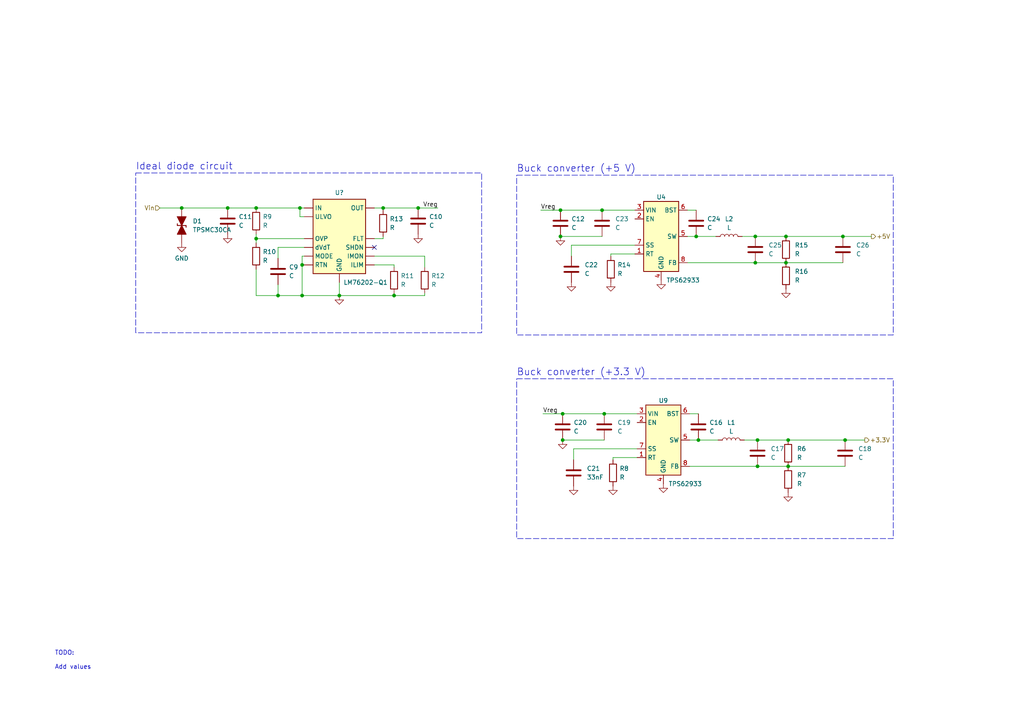
<source format=kicad_sch>
(kicad_sch (version 20230121) (generator eeschema)

  (uuid 6159aad4-3df8-4b77-bdff-c4df127c8492)

  (paper "A4")

  (lib_symbols
    (symbol "Device:C" (pin_numbers hide) (pin_names (offset 0.254)) (in_bom yes) (on_board yes)
      (property "Reference" "C" (at 0.635 2.54 0)
        (effects (font (size 1.27 1.27)) (justify left))
      )
      (property "Value" "C" (at 0.635 -2.54 0)
        (effects (font (size 1.27 1.27)) (justify left))
      )
      (property "Footprint" "" (at 0.9652 -3.81 0)
        (effects (font (size 1.27 1.27)) hide)
      )
      (property "Datasheet" "~" (at 0 0 0)
        (effects (font (size 1.27 1.27)) hide)
      )
      (property "ki_keywords" "cap capacitor" (at 0 0 0)
        (effects (font (size 1.27 1.27)) hide)
      )
      (property "ki_description" "Unpolarized capacitor" (at 0 0 0)
        (effects (font (size 1.27 1.27)) hide)
      )
      (property "ki_fp_filters" "C_*" (at 0 0 0)
        (effects (font (size 1.27 1.27)) hide)
      )
      (symbol "C_0_1"
        (polyline
          (pts
            (xy -2.032 -0.762)
            (xy 2.032 -0.762)
          )
          (stroke (width 0.508) (type default))
          (fill (type none))
        )
        (polyline
          (pts
            (xy -2.032 0.762)
            (xy 2.032 0.762)
          )
          (stroke (width 0.508) (type default))
          (fill (type none))
        )
      )
      (symbol "C_1_1"
        (pin passive line (at 0 3.81 270) (length 2.794)
          (name "~" (effects (font (size 1.27 1.27))))
          (number "1" (effects (font (size 1.27 1.27))))
        )
        (pin passive line (at 0 -3.81 90) (length 2.794)
          (name "~" (effects (font (size 1.27 1.27))))
          (number "2" (effects (font (size 1.27 1.27))))
        )
      )
    )
    (symbol "Device:L" (pin_numbers hide) (pin_names (offset 1.016) hide) (in_bom yes) (on_board yes)
      (property "Reference" "L" (at -1.27 0 90)
        (effects (font (size 1.27 1.27)))
      )
      (property "Value" "L" (at 1.905 0 90)
        (effects (font (size 1.27 1.27)))
      )
      (property "Footprint" "" (at 0 0 0)
        (effects (font (size 1.27 1.27)) hide)
      )
      (property "Datasheet" "~" (at 0 0 0)
        (effects (font (size 1.27 1.27)) hide)
      )
      (property "ki_keywords" "inductor choke coil reactor magnetic" (at 0 0 0)
        (effects (font (size 1.27 1.27)) hide)
      )
      (property "ki_description" "Inductor" (at 0 0 0)
        (effects (font (size 1.27 1.27)) hide)
      )
      (property "ki_fp_filters" "Choke_* *Coil* Inductor_* L_*" (at 0 0 0)
        (effects (font (size 1.27 1.27)) hide)
      )
      (symbol "L_0_1"
        (arc (start 0 -2.54) (mid 0.6323 -1.905) (end 0 -1.27)
          (stroke (width 0) (type default))
          (fill (type none))
        )
        (arc (start 0 -1.27) (mid 0.6323 -0.635) (end 0 0)
          (stroke (width 0) (type default))
          (fill (type none))
        )
        (arc (start 0 0) (mid 0.6323 0.635) (end 0 1.27)
          (stroke (width 0) (type default))
          (fill (type none))
        )
        (arc (start 0 1.27) (mid 0.6323 1.905) (end 0 2.54)
          (stroke (width 0) (type default))
          (fill (type none))
        )
      )
      (symbol "L_1_1"
        (pin passive line (at 0 3.81 270) (length 1.27)
          (name "1" (effects (font (size 1.27 1.27))))
          (number "1" (effects (font (size 1.27 1.27))))
        )
        (pin passive line (at 0 -3.81 90) (length 1.27)
          (name "2" (effects (font (size 1.27 1.27))))
          (number "2" (effects (font (size 1.27 1.27))))
        )
      )
    )
    (symbol "Device:R" (pin_numbers hide) (pin_names (offset 0)) (in_bom yes) (on_board yes)
      (property "Reference" "R" (at 2.032 0 90)
        (effects (font (size 1.27 1.27)))
      )
      (property "Value" "R" (at 0 0 90)
        (effects (font (size 1.27 1.27)))
      )
      (property "Footprint" "" (at -1.778 0 90)
        (effects (font (size 1.27 1.27)) hide)
      )
      (property "Datasheet" "~" (at 0 0 0)
        (effects (font (size 1.27 1.27)) hide)
      )
      (property "ki_keywords" "R res resistor" (at 0 0 0)
        (effects (font (size 1.27 1.27)) hide)
      )
      (property "ki_description" "Resistor" (at 0 0 0)
        (effects (font (size 1.27 1.27)) hide)
      )
      (property "ki_fp_filters" "R_*" (at 0 0 0)
        (effects (font (size 1.27 1.27)) hide)
      )
      (symbol "R_0_1"
        (rectangle (start -1.016 -2.54) (end 1.016 2.54)
          (stroke (width 0.254) (type default))
          (fill (type none))
        )
      )
      (symbol "R_1_1"
        (pin passive line (at 0 3.81 270) (length 1.27)
          (name "~" (effects (font (size 1.27 1.27))))
          (number "1" (effects (font (size 1.27 1.27))))
        )
        (pin passive line (at 0 -3.81 90) (length 1.27)
          (name "~" (effects (font (size 1.27 1.27))))
          (number "2" (effects (font (size 1.27 1.27))))
        )
      )
    )
    (symbol "Hydros:LM76202-Q1" (in_bom yes) (on_board yes)
      (property "Reference" "U" (at 0 1.905 0)
        (effects (font (size 1.27 1.27)))
      )
      (property "Value" "LM76202-Q1" (at 7.62 -24.13 0)
        (effects (font (size 1.27 1.27)))
      )
      (property "Footprint" "" (at 3.81 0 0)
        (effects (font (size 1.27 1.27)) hide)
      )
      (property "Datasheet" "" (at 3.81 0 0)
        (effects (font (size 1.27 1.27)) hide)
      )
      (symbol "LM76202-Q1_1_1"
        (rectangle (start -7.62 0) (end 7.62 -21.59)
          (stroke (width 0.254) (type solid))
          (fill (type background))
        )
        (pin output line (at 10.16 -11.43 180) (length 2.54)
          (name "FLT" (effects (font (size 1.27 1.27))))
          (number "" (effects (font (size 1.27 1.27))))
        )
        (pin output line (at 0 -24.13 90) (length 2.54)
          (name "GND" (effects (font (size 1.27 1.27))))
          (number "" (effects (font (size 1.27 1.27))))
        )
        (pin input line (at 10.16 -19.05 180) (length 2.54)
          (name "ILIM" (effects (font (size 1.27 1.27))))
          (number "" (effects (font (size 1.27 1.27))))
        )
        (pin output line (at 10.16 -16.51 180) (length 2.54)
          (name "IMON" (effects (font (size 1.27 1.27))))
          (number "" (effects (font (size 1.27 1.27))))
        )
        (pin power_in line (at -10.16 -2.54 0) (length 2.54)
          (name "IN" (effects (font (size 1.27 1.27))))
          (number "" (effects (font (size 1.27 1.27))))
        )
        (pin input line (at -10.16 -16.51 0) (length 2.54)
          (name "MODE" (effects (font (size 1.27 1.27))))
          (number "" (effects (font (size 1.27 1.27))))
        )
        (pin power_out line (at 10.16 -2.54 180) (length 2.54)
          (name "OUT" (effects (font (size 1.27 1.27))))
          (number "" (effects (font (size 1.27 1.27))))
        )
        (pin input line (at -10.16 -11.43 0) (length 2.54)
          (name "OVP" (effects (font (size 1.27 1.27))))
          (number "" (effects (font (size 1.27 1.27))))
        )
        (pin input line (at -10.16 -19.05 0) (length 2.54)
          (name "RTN" (effects (font (size 1.27 1.27))))
          (number "" (effects (font (size 1.27 1.27))))
        )
        (pin input line (at 10.16 -13.97 180) (length 2.54)
          (name "SHDN" (effects (font (size 1.27 1.27))))
          (number "" (effects (font (size 1.27 1.27))))
        )
        (pin input line (at -10.16 -5.08 0) (length 2.54)
          (name "ULVO" (effects (font (size 1.27 1.27))))
          (number "" (effects (font (size 1.27 1.27))))
        )
        (pin input line (at -10.16 -13.97 0) (length 2.54)
          (name "dVdT" (effects (font (size 1.27 1.27))))
          (number "" (effects (font (size 1.27 1.27))))
        )
      )
    )
    (symbol "PCM_Diode_TVS_AKL:TPSMC30CA" (pin_numbers hide) (pin_names (offset 1.016) hide) (in_bom yes) (on_board yes)
      (property "Reference" "D" (at 0 5.08 0)
        (effects (font (size 1.27 1.27)))
      )
      (property "Value" "TPSMC30CA" (at 0 2.54 0)
        (effects (font (size 1.27 1.27)))
      )
      (property "Footprint" "Diode_SMD_AKL:D_SMC_TVS" (at 0 0 0)
        (effects (font (size 1.27 1.27)) hide)
      )
      (property "Datasheet" "https://www.tme.eu/Document/fe696fca10a75ca6fef9faefe21b9450/TPSMC_ser.pdf" (at 0 0 0)
        (effects (font (size 1.27 1.27)) hide)
      )
      (property "ki_keywords" "diode TVS bidirectional TPSMC-CA" (at 0 0 0)
        (effects (font (size 1.27 1.27)) hide)
      )
      (property "ki_description" "SMC Bidirectional TVS Diode, 30V, 1500W, Alternate KiCAD Library" (at 0 0 0)
        (effects (font (size 1.27 1.27)) hide)
      )
      (property "ki_fp_filters" "TO-???* *_Diode_* *SingleDiode* D_*" (at 0 0 0)
        (effects (font (size 1.27 1.27)) hide)
      )
      (symbol "TPSMC30CA_0_1"
        (polyline
          (pts
            (xy 0 -1.27)
            (xy -0.508 -1.27)
          )
          (stroke (width 0.254) (type default))
          (fill (type none))
        )
        (polyline
          (pts
            (xy 0 1.27)
            (xy 0 -1.27)
          )
          (stroke (width 0.254) (type default))
          (fill (type none))
        )
        (polyline
          (pts
            (xy 0 1.27)
            (xy 0.508 1.27)
          )
          (stroke (width 0.254) (type default))
          (fill (type none))
        )
        (polyline
          (pts
            (xy 1.27 0)
            (xy -1.27 0)
          )
          (stroke (width 0) (type default))
          (fill (type none))
        )
        (polyline
          (pts
            (xy 0 0)
            (xy -2.54 1.27)
            (xy -2.54 -1.27)
            (xy 0 0)
          )
          (stroke (width 0.254) (type default))
          (fill (type outline))
        )
        (polyline
          (pts
            (xy 2.54 1.27)
            (xy 2.54 -1.27)
            (xy 0 0)
            (xy 2.54 1.27)
          )
          (stroke (width 0.254) (type default))
          (fill (type outline))
        )
      )
      (symbol "TPSMC30CA_1_1"
        (pin passive line (at -5.08 0 0) (length 2.54)
          (name "K" (effects (font (size 1.27 1.27))))
          (number "1" (effects (font (size 1.27 1.27))))
        )
        (pin passive line (at 5.08 0 180) (length 2.54)
          (name "A" (effects (font (size 1.27 1.27))))
          (number "2" (effects (font (size 1.27 1.27))))
        )
      )
    )
    (symbol "Regulator_Switching:TPS62933" (in_bom yes) (on_board yes)
      (property "Reference" "U" (at 0 13.97 0)
        (effects (font (size 1.27 1.27)))
      )
      (property "Value" "TPS62933" (at 0 11.43 0)
        (effects (font (size 1.27 1.27)))
      )
      (property "Footprint" "Package_TO_SOT_SMD:SOT-583-8" (at 0 -25.4 0)
        (effects (font (size 1.27 1.27)) hide)
      )
      (property "Datasheet" "https://www.ti.com/lit/ds/symlink/tps62933.pdf" (at 0 -22.86 0)
        (effects (font (size 1.27 1.27)) hide)
      )
      (property "ki_keywords" "synchronous buck converter " (at 0 0 0)
        (effects (font (size 1.27 1.27)) hide)
      )
      (property "ki_description" "3.8-V to 30-V, 2-A, 3-A Synchronous Buck Converters, SOT583-8" (at 0 0 0)
        (effects (font (size 1.27 1.27)) hide)
      )
      (property "ki_fp_filters" "SOT?583*" (at 0 0 0)
        (effects (font (size 1.27 1.27)) hide)
      )
      (symbol "TPS62933_0_1"
        (rectangle (start -5.08 10.16) (end 5.08 -10.16)
          (stroke (width 0.254) (type default))
          (fill (type background))
        )
      )
      (symbol "TPS62933_1_1"
        (pin passive line (at -7.62 -5.08 0) (length 2.54)
          (name "RT" (effects (font (size 1.27 1.27))))
          (number "1" (effects (font (size 1.27 1.27))))
        )
        (pin input line (at -7.62 5.08 0) (length 2.54)
          (name "EN" (effects (font (size 1.27 1.27))))
          (number "2" (effects (font (size 1.27 1.27))))
        )
        (pin power_in line (at -7.62 7.62 0) (length 2.54)
          (name "VIN" (effects (font (size 1.27 1.27))))
          (number "3" (effects (font (size 1.27 1.27))))
        )
        (pin power_in line (at 0 -12.7 90) (length 2.54)
          (name "GND" (effects (font (size 1.27 1.27))))
          (number "4" (effects (font (size 1.27 1.27))))
        )
        (pin output line (at 7.62 0 180) (length 2.54)
          (name "SW" (effects (font (size 1.27 1.27))))
          (number "5" (effects (font (size 1.27 1.27))))
        )
        (pin passive line (at 7.62 7.62 180) (length 2.54)
          (name "BST" (effects (font (size 1.27 1.27))))
          (number "6" (effects (font (size 1.27 1.27))))
        )
        (pin passive line (at -7.62 -2.54 0) (length 2.54)
          (name "SS" (effects (font (size 1.27 1.27))))
          (number "7" (effects (font (size 1.27 1.27))))
        )
        (pin input line (at 7.62 -7.62 180) (length 2.54)
          (name "FB" (effects (font (size 1.27 1.27))))
          (number "8" (effects (font (size 1.27 1.27))))
        )
      )
    )
    (symbol "power:GND" (power) (pin_names (offset 0)) (in_bom yes) (on_board yes)
      (property "Reference" "#PWR" (at 0 -6.35 0)
        (effects (font (size 1.27 1.27)) hide)
      )
      (property "Value" "GND" (at 0 -3.81 0)
        (effects (font (size 1.27 1.27)))
      )
      (property "Footprint" "" (at 0 0 0)
        (effects (font (size 1.27 1.27)) hide)
      )
      (property "Datasheet" "" (at 0 0 0)
        (effects (font (size 1.27 1.27)) hide)
      )
      (property "ki_keywords" "global power" (at 0 0 0)
        (effects (font (size 1.27 1.27)) hide)
      )
      (property "ki_description" "Power symbol creates a global label with name \"GND\" , ground" (at 0 0 0)
        (effects (font (size 1.27 1.27)) hide)
      )
      (symbol "GND_0_1"
        (polyline
          (pts
            (xy 0 0)
            (xy 0 -1.27)
            (xy 1.27 -1.27)
            (xy 0 -2.54)
            (xy -1.27 -1.27)
            (xy 0 -1.27)
          )
          (stroke (width 0) (type default))
          (fill (type none))
        )
      )
      (symbol "GND_1_1"
        (pin power_in line (at 0 0 270) (length 0) hide
          (name "GND" (effects (font (size 1.27 1.27))))
          (number "1" (effects (font (size 1.27 1.27))))
        )
      )
    )
  )

  (junction (at 227.965 76.2) (diameter 0) (color 0 0 0 0)
    (uuid 041afaff-8c72-4a01-9635-f172ac7adc92)
  )
  (junction (at 227.965 68.58) (diameter 0) (color 0 0 0 0)
    (uuid 19e0c2c9-77f7-40c9-8f49-d77fc07db50d)
  )
  (junction (at 111.125 60.325) (diameter 0) (color 0 0 0 0)
    (uuid 206c6d07-ebb9-40f7-bb09-2ec9a2f3be8e)
  )
  (junction (at 80.645 85.725) (diameter 0) (color 0 0 0 0)
    (uuid 28d91ac4-15a0-46b1-bd41-b9feac510394)
  )
  (junction (at 163.195 127.635) (diameter 0) (color 0 0 0 0)
    (uuid 2929a86f-04b2-4982-800e-6292764340ac)
  )
  (junction (at 86.995 60.325) (diameter 0) (color 0 0 0 0)
    (uuid 29513e98-6cf5-491b-b7ae-691f810d2920)
  )
  (junction (at 87.63 85.725) (diameter 0) (color 0 0 0 0)
    (uuid 2c8eaa7d-4fd9-46e0-b1fe-5804d136de57)
  )
  (junction (at 219.71 127.635) (diameter 0) (color 0 0 0 0)
    (uuid 33d28e43-9c76-4609-b0ce-d89181ac40a2)
  )
  (junction (at 219.075 68.58) (diameter 0) (color 0 0 0 0)
    (uuid 431cd9f4-9c9f-459a-9c92-e31984dc44cc)
  )
  (junction (at 228.6 127.635) (diameter 0) (color 0 0 0 0)
    (uuid 46d32e18-a40d-45b7-bc9c-01c3f1af8e57)
  )
  (junction (at 174.625 60.96) (diameter 0) (color 0 0 0 0)
    (uuid 56e160d2-53d4-48b0-b684-529873ac9074)
  )
  (junction (at 52.705 60.325) (diameter 0) (color 0 0 0 0)
    (uuid 59b01c6a-88b1-4872-a423-e5d7d35acc06)
  )
  (junction (at 163.195 120.015) (diameter 0) (color 0 0 0 0)
    (uuid 63de5be9-ecba-4506-8c14-33e9a10e3d4a)
  )
  (junction (at 74.295 69.215) (diameter 0) (color 0 0 0 0)
    (uuid 6e330748-fee7-471a-84f9-60af111b34e1)
  )
  (junction (at 219.71 135.255) (diameter 0) (color 0 0 0 0)
    (uuid 7ffd3f08-e436-4ae9-a403-abaf354529b5)
  )
  (junction (at 66.04 60.325) (diameter 0) (color 0 0 0 0)
    (uuid 80e82ed1-1e6a-4d86-a9fa-1023e031a24e)
  )
  (junction (at 114.3 85.725) (diameter 0) (color 0 0 0 0)
    (uuid 8a76131e-2e84-479a-8df0-72b9d6c5cd54)
  )
  (junction (at 98.425 85.725) (diameter 0) (color 0 0 0 0)
    (uuid 9f99c66b-e14b-4cf9-9d93-d4bd623f49ec)
  )
  (junction (at 121.285 60.325) (diameter 0) (color 0 0 0 0)
    (uuid a15954ab-660e-42d6-8c70-4419aef17e1e)
  )
  (junction (at 74.295 60.325) (diameter 0) (color 0 0 0 0)
    (uuid a4299a02-4d80-4ed9-a5ac-30303eabd42c)
  )
  (junction (at 228.6 135.255) (diameter 0) (color 0 0 0 0)
    (uuid b1302661-25fe-4d5a-aca0-67be1c8666e2)
  )
  (junction (at 244.475 68.58) (diameter 0) (color 0 0 0 0)
    (uuid b8673f2d-48dc-4435-ba4e-1ea7caec8089)
  )
  (junction (at 87.63 76.835) (diameter 0) (color 0 0 0 0)
    (uuid bafc20f0-e515-4460-a6d7-13ed487aa511)
  )
  (junction (at 162.56 60.96) (diameter 0) (color 0 0 0 0)
    (uuid bd39d940-bf58-4e60-a6b5-50ad0ef97c2a)
  )
  (junction (at 202.565 127.635) (diameter 0) (color 0 0 0 0)
    (uuid d66543a7-638c-4053-a9e6-b24aa98f732f)
  )
  (junction (at 162.56 68.58) (diameter 0) (color 0 0 0 0)
    (uuid db8dffda-af4e-450f-ad71-fdd6449fa38c)
  )
  (junction (at 245.11 127.635) (diameter 0) (color 0 0 0 0)
    (uuid dfd901ac-4254-4da9-bf88-70a313eb7830)
  )
  (junction (at 219.075 76.2) (diameter 0) (color 0 0 0 0)
    (uuid e227dbdf-f90a-4e3c-bad4-b177d4961835)
  )
  (junction (at 201.93 68.58) (diameter 0) (color 0 0 0 0)
    (uuid eac9bfbf-c60b-480a-b029-879c836d1b19)
  )
  (junction (at 175.26 120.015) (diameter 0) (color 0 0 0 0)
    (uuid edb39e6f-ecbb-472c-841d-9b94cd5dbb4f)
  )

  (no_connect (at 108.585 71.755) (uuid 6de70628-a1db-48c4-8cd4-e57e0df1cf67))

  (wire (pts (xy 114.3 85.725) (xy 123.19 85.725))
    (stroke (width 0) (type default))
    (uuid 0083a01b-b56f-4d5c-bc9b-0f685efc42c2)
  )
  (wire (pts (xy 200.025 135.255) (xy 219.71 135.255))
    (stroke (width 0) (type default))
    (uuid 011e81b0-62be-4bcf-b36d-2f81395917ba)
  )
  (wire (pts (xy 228.6 127.635) (xy 245.11 127.635))
    (stroke (width 0) (type default))
    (uuid 01a3c66b-7ba4-47b8-a359-1811978320f2)
  )
  (wire (pts (xy 46.355 60.325) (xy 52.705 60.325))
    (stroke (width 0) (type default))
    (uuid 041652f5-db51-41c2-944c-4104d7ddca91)
  )
  (wire (pts (xy 121.285 60.325) (xy 127 60.325))
    (stroke (width 0) (type default))
    (uuid 048d3a53-1c5c-47ee-9b66-4c1e81dfb740)
  )
  (wire (pts (xy 174.625 60.96) (xy 184.15 60.96))
    (stroke (width 0) (type default))
    (uuid 06558ae5-de78-4084-86d9-151d267ee8a6)
  )
  (wire (pts (xy 108.585 60.325) (xy 111.125 60.325))
    (stroke (width 0) (type default))
    (uuid 093287f9-a257-4eb4-aab6-9b47e6698eb7)
  )
  (wire (pts (xy 86.995 60.325) (xy 88.265 60.325))
    (stroke (width 0) (type default))
    (uuid 09886a1f-bbf3-4de8-9692-e05672232491)
  )
  (wire (pts (xy 228.6 135.255) (xy 245.11 135.255))
    (stroke (width 0) (type default))
    (uuid 0b7bd333-2ab0-49be-ac8d-c6ce691140e3)
  )
  (wire (pts (xy 108.585 76.835) (xy 114.3 76.835))
    (stroke (width 0) (type default))
    (uuid 0d32bb59-525f-4a2f-8d2a-21a2ee758bca)
  )
  (wire (pts (xy 114.3 85.725) (xy 98.425 85.725))
    (stroke (width 0) (type default))
    (uuid 1b376069-c26d-47f5-8396-78f3ed744ac5)
  )
  (wire (pts (xy 215.9 127.635) (xy 219.71 127.635))
    (stroke (width 0) (type default))
    (uuid 1dfd4da3-5d43-4a55-80cd-63d5e8aadf0b)
  )
  (wire (pts (xy 74.295 69.215) (xy 88.265 69.215))
    (stroke (width 0) (type default))
    (uuid 22de0877-c164-4cf8-b5ae-b03880f57106)
  )
  (wire (pts (xy 219.71 127.635) (xy 228.6 127.635))
    (stroke (width 0) (type default))
    (uuid 24174daf-74fc-4a82-a28d-7cd48f837929)
  )
  (wire (pts (xy 166.37 133.35) (xy 166.37 130.175))
    (stroke (width 0) (type default))
    (uuid 29154e52-31aa-451e-bd71-3b0b2c0da013)
  )
  (wire (pts (xy 215.265 68.58) (xy 219.075 68.58))
    (stroke (width 0) (type default))
    (uuid 2923c77a-e6e3-458b-82d0-ab63c3d13bfa)
  )
  (wire (pts (xy 184.15 73.66) (xy 177.165 73.66))
    (stroke (width 0) (type default))
    (uuid 32a7486f-1153-4a98-9a03-5251389cacae)
  )
  (wire (pts (xy 163.195 127.635) (xy 175.26 127.635))
    (stroke (width 0) (type default))
    (uuid 36104e7b-c5eb-44ea-9476-21a89a08ca94)
  )
  (wire (pts (xy 114.3 85.725) (xy 114.3 85.09))
    (stroke (width 0) (type default))
    (uuid 3bc460f5-04e6-43f5-af2a-3c2d4f0fade4)
  )
  (wire (pts (xy 219.075 68.58) (xy 227.965 68.58))
    (stroke (width 0) (type default))
    (uuid 40453a88-f891-4f0b-99bd-7802c52f6570)
  )
  (wire (pts (xy 80.645 85.725) (xy 74.295 85.725))
    (stroke (width 0) (type default))
    (uuid 42116167-5f55-4c8d-adbb-f365ea90b9fc)
  )
  (wire (pts (xy 163.195 120.015) (xy 175.26 120.015))
    (stroke (width 0) (type default))
    (uuid 449958f6-d08e-4832-8b02-5f59e3c103ce)
  )
  (wire (pts (xy 200.025 120.015) (xy 202.565 120.015))
    (stroke (width 0) (type default))
    (uuid 470cafcd-b81d-4399-acc1-16d21fec7ba5)
  )
  (wire (pts (xy 175.26 120.015) (xy 184.785 120.015))
    (stroke (width 0) (type default))
    (uuid 47310ce3-14dd-4a32-bd4f-de7b9856d528)
  )
  (wire (pts (xy 199.39 68.58) (xy 201.93 68.58))
    (stroke (width 0) (type default))
    (uuid 487ef4f1-134f-495f-898e-38d6ef85ed23)
  )
  (wire (pts (xy 165.735 71.12) (xy 184.15 71.12))
    (stroke (width 0) (type default))
    (uuid 4fe232c3-b9ec-421f-9625-b30e32aa3c70)
  )
  (wire (pts (xy 200.025 127.635) (xy 202.565 127.635))
    (stroke (width 0) (type default))
    (uuid 50235a13-9fd8-4d73-9515-e3de491f4213)
  )
  (wire (pts (xy 88.265 71.755) (xy 80.645 71.755))
    (stroke (width 0) (type default))
    (uuid 510d0e53-8be0-4a99-a53a-3e8b908bf5d0)
  )
  (wire (pts (xy 227.965 68.58) (xy 244.475 68.58))
    (stroke (width 0) (type default))
    (uuid 539cdee0-3052-4dc7-a475-7654ed75dd0d)
  )
  (wire (pts (xy 88.265 62.865) (xy 86.995 62.865))
    (stroke (width 0) (type default))
    (uuid 55583821-8f9a-45f2-ba60-a675a9c111b5)
  )
  (wire (pts (xy 177.8 132.715) (xy 177.8 133.35))
    (stroke (width 0) (type default))
    (uuid 5c4d5d1e-d31b-4071-88a0-03b5ca8840e2)
  )
  (wire (pts (xy 156.845 60.96) (xy 162.56 60.96))
    (stroke (width 0) (type default))
    (uuid 5f023eaa-f1e1-4752-a392-4ffcfb8d31f3)
  )
  (wire (pts (xy 74.295 60.325) (xy 86.995 60.325))
    (stroke (width 0) (type default))
    (uuid 61fe27a3-b016-48ce-aaa7-2a497e9941b6)
  )
  (wire (pts (xy 201.93 68.58) (xy 207.645 68.58))
    (stroke (width 0) (type default))
    (uuid 6e430ac0-ce66-417a-8c87-dc709d870ae1)
  )
  (wire (pts (xy 111.125 60.325) (xy 111.125 60.96))
    (stroke (width 0) (type default))
    (uuid 6e85ea41-f305-40d1-b6b8-026908f7a94e)
  )
  (wire (pts (xy 157.48 120.015) (xy 163.195 120.015))
    (stroke (width 0) (type default))
    (uuid 752ac558-3c89-44b1-b60b-0a7c5662d5ac)
  )
  (wire (pts (xy 98.425 81.915) (xy 98.425 85.725))
    (stroke (width 0) (type default))
    (uuid 7720b2cf-0274-4ef4-897a-9ffc4703d493)
  )
  (wire (pts (xy 108.585 69.215) (xy 111.125 69.215))
    (stroke (width 0) (type default))
    (uuid 84e680c0-a0ce-442a-ae7e-c506c43a493a)
  )
  (wire (pts (xy 199.39 76.2) (xy 219.075 76.2))
    (stroke (width 0) (type default))
    (uuid 86612c50-3d80-4618-a018-946e3dd08d61)
  )
  (wire (pts (xy 123.19 85.725) (xy 123.19 85.09))
    (stroke (width 0) (type default))
    (uuid 86f4f957-fcd2-4ca2-9e41-c8562bd8c8ca)
  )
  (wire (pts (xy 80.645 85.725) (xy 87.63 85.725))
    (stroke (width 0) (type default))
    (uuid 8839e953-e632-4652-a136-77c995cba592)
  )
  (wire (pts (xy 219.71 135.255) (xy 228.6 135.255))
    (stroke (width 0) (type default))
    (uuid 8990f4f6-0c53-4180-b200-9e7b1e61146a)
  )
  (wire (pts (xy 66.04 60.325) (xy 74.295 60.325))
    (stroke (width 0) (type default))
    (uuid 8de908b9-d9b5-4f29-a520-9b8820a2d396)
  )
  (wire (pts (xy 87.63 76.835) (xy 87.63 85.725))
    (stroke (width 0) (type default))
    (uuid 8e2060e0-0965-4041-adda-82c3c17d2622)
  )
  (wire (pts (xy 227.965 76.2) (xy 244.475 76.2))
    (stroke (width 0) (type default))
    (uuid 8e8b0e2f-6edb-403f-8a23-ea3771833adc)
  )
  (wire (pts (xy 74.295 69.215) (xy 74.295 70.485))
    (stroke (width 0) (type default))
    (uuid 919ffcae-4e13-4366-81c7-97910f673ed4)
  )
  (wire (pts (xy 98.425 85.725) (xy 87.63 85.725))
    (stroke (width 0) (type default))
    (uuid 98df1d42-7e7f-4d72-a4da-e9802f172aec)
  )
  (wire (pts (xy 166.37 130.175) (xy 184.785 130.175))
    (stroke (width 0) (type default))
    (uuid a1cedc5f-8410-4365-bbbc-b767c5cefaf6)
  )
  (wire (pts (xy 245.11 127.635) (xy 250.825 127.635))
    (stroke (width 0) (type default))
    (uuid a956578f-e251-4e4a-aa35-c9f3cf467599)
  )
  (wire (pts (xy 111.125 60.325) (xy 121.285 60.325))
    (stroke (width 0) (type default))
    (uuid a964e9b5-2f85-4835-b15a-14b863ded359)
  )
  (wire (pts (xy 202.565 127.635) (xy 208.28 127.635))
    (stroke (width 0) (type default))
    (uuid aeeac2fb-29df-44dd-a936-04ff44625537)
  )
  (wire (pts (xy 80.645 71.755) (xy 80.645 74.93))
    (stroke (width 0) (type default))
    (uuid b0bcee9d-70e1-435a-8d58-e7cc6be55680)
  )
  (wire (pts (xy 74.295 85.725) (xy 74.295 78.105))
    (stroke (width 0) (type default))
    (uuid b485e4b0-0936-433c-94f5-d011f80d6cb6)
  )
  (wire (pts (xy 177.165 73.66) (xy 177.165 74.295))
    (stroke (width 0) (type default))
    (uuid b97bd9cf-b475-4ebb-8b32-f55b2d6a7ff0)
  )
  (wire (pts (xy 87.63 74.295) (xy 87.63 76.835))
    (stroke (width 0) (type default))
    (uuid c124a4fd-f7d1-4263-ac45-40f0ae6b01ee)
  )
  (wire (pts (xy 123.19 74.295) (xy 108.585 74.295))
    (stroke (width 0) (type default))
    (uuid c222e2b8-af44-41a4-96db-2fe52206c5a1)
  )
  (wire (pts (xy 80.645 82.55) (xy 80.645 85.725))
    (stroke (width 0) (type default))
    (uuid cba9a3be-b004-4340-9d79-90a874d9a08e)
  )
  (wire (pts (xy 52.705 60.325) (xy 66.04 60.325))
    (stroke (width 0) (type default))
    (uuid cbbd3337-ba9b-4e0b-a9e6-324342986453)
  )
  (wire (pts (xy 86.995 62.865) (xy 86.995 60.325))
    (stroke (width 0) (type default))
    (uuid ccb10ad3-7d67-404b-9b15-197d0f57a955)
  )
  (wire (pts (xy 114.3 76.835) (xy 114.3 77.47))
    (stroke (width 0) (type default))
    (uuid d14adbfd-d02a-434b-9ec7-f62c7f41d8d0)
  )
  (wire (pts (xy 165.735 74.295) (xy 165.735 71.12))
    (stroke (width 0) (type default))
    (uuid d1c96ebd-f1a8-4db6-b533-725365bd7efd)
  )
  (wire (pts (xy 74.295 67.945) (xy 74.295 69.215))
    (stroke (width 0) (type default))
    (uuid d8847a1b-e162-42a8-86c8-35daaee84105)
  )
  (wire (pts (xy 111.125 68.58) (xy 111.125 69.215))
    (stroke (width 0) (type default))
    (uuid da5809c5-bc3e-46dc-bccc-338a2da0adaf)
  )
  (wire (pts (xy 184.785 132.715) (xy 177.8 132.715))
    (stroke (width 0) (type default))
    (uuid e88648be-5197-4ea2-b577-cae9edfe26a8)
  )
  (wire (pts (xy 123.19 77.47) (xy 123.19 74.295))
    (stroke (width 0) (type default))
    (uuid edc86c02-9b7f-4182-a55d-d9ac919bd4f5)
  )
  (wire (pts (xy 244.475 68.58) (xy 252.73 68.58))
    (stroke (width 0) (type default))
    (uuid f2ca361d-cf6e-48ed-9abf-aced733d591b)
  )
  (wire (pts (xy 162.56 60.96) (xy 174.625 60.96))
    (stroke (width 0) (type default))
    (uuid f418deda-2950-46c9-8ef8-9a85074a22f6)
  )
  (wire (pts (xy 162.56 68.58) (xy 174.625 68.58))
    (stroke (width 0) (type default))
    (uuid f6cfb1e7-d17e-4371-8c0f-2232b23e057c)
  )
  (wire (pts (xy 219.075 76.2) (xy 227.965 76.2))
    (stroke (width 0) (type default))
    (uuid f7bc21af-e2a9-49c7-a4a4-efa9327c3dea)
  )
  (wire (pts (xy 199.39 60.96) (xy 201.93 60.96))
    (stroke (width 0) (type default))
    (uuid fa361ebf-e0ef-4a75-b676-9561bd5af663)
  )
  (wire (pts (xy 87.63 76.835) (xy 88.265 76.835))
    (stroke (width 0) (type default))
    (uuid fc65b588-a84a-4453-b6f1-00bd9d78f52f)
  )
  (wire (pts (xy 88.265 74.295) (xy 87.63 74.295))
    (stroke (width 0) (type default))
    (uuid fe35d03e-8c4f-4ca0-b5dc-98a47806ffef)
  )

  (rectangle (start 149.86 109.855) (end 259.08 156.21)
    (stroke (width 0) (type dash))
    (fill (type none))
    (uuid 05489bd3-8235-4bba-ab41-69f02334a6cf)
  )
  (rectangle (start 39.37 50.165) (end 139.7 96.52)
    (stroke (width 0) (type dash))
    (fill (type none))
    (uuid 60e423ad-54f3-437a-97c1-555aea526942)
  )
  (rectangle (start 149.86 50.8) (end 259.08 97.155)
    (stroke (width 0) (type dash))
    (fill (type none))
    (uuid 9590f95f-e5eb-44a7-993b-9508121aebd6)
  )

  (text "Buck converter (+5 V)" (at 149.86 50.165 0)
    (effects (font (size 2 2)) (justify left bottom))
    (uuid 82fbeb38-e934-4be1-81ae-6d62085431a2)
  )
  (text "Ideal diode circuit\n" (at 39.37 49.53 0)
    (effects (font (size 2 2)) (justify left bottom))
    (uuid 928d76ce-6d3f-407e-889b-f395b4946cbf)
  )
  (text "Buck converter (+3.3 V)" (at 149.86 109.22 0)
    (effects (font (size 2 2)) (justify left bottom))
    (uuid a2166f2d-6b89-453f-b2e1-0f1c60e9a787)
  )
  (text "TODO:\n\nAdd values" (at 15.875 194.31 0)
    (effects (font (size 1.27 1.27)) (justify left bottom))
    (uuid d77cfe2e-8532-4d41-bde0-5df942f655ce)
  )

  (label "Vreg" (at 156.845 60.96 0) (fields_autoplaced)
    (effects (font (size 1.27 1.27)) (justify left bottom))
    (uuid 5d094cfb-1387-40b1-9388-f9c5a72d352b)
  )
  (label "Vreg" (at 157.48 120.015 0) (fields_autoplaced)
    (effects (font (size 1.27 1.27)) (justify left bottom))
    (uuid aaed1158-b75a-4f3f-82ae-8513977e2151)
  )
  (label "Vreg" (at 127 60.325 180) (fields_autoplaced)
    (effects (font (size 1.27 1.27)) (justify right bottom))
    (uuid b18835f0-d4c3-42db-a464-aef1a752e40c)
  )

  (hierarchical_label "+3.3V" (shape output) (at 250.825 127.635 0) (fields_autoplaced)
    (effects (font (size 1.27 1.27)) (justify left))
    (uuid 871faf09-1049-4314-aa50-ea0b491e5b8e)
  )
  (hierarchical_label "Vin" (shape input) (at 46.355 60.325 180) (fields_autoplaced)
    (effects (font (size 1.27 1.27)) (justify right))
    (uuid ceaa6c3e-ab76-431a-94e1-7a0138ed1289)
  )
  (hierarchical_label "+5V" (shape output) (at 252.73 68.58 0) (fields_autoplaced)
    (effects (font (size 1.27 1.27)) (justify left))
    (uuid d6d5423a-43b7-44f9-9f78-b5e6b9943ee1)
  )

  (symbol (lib_id "Device:C") (at 202.565 123.825 0) (unit 1)
    (in_bom yes) (on_board yes) (dnp no) (fields_autoplaced)
    (uuid 020dce6a-9867-4047-bb57-f3cd38a4d6d6)
    (property "Reference" "C16" (at 205.74 122.5549 0)
      (effects (font (size 1.27 1.27)) (justify left))
    )
    (property "Value" "C" (at 205.74 125.0949 0)
      (effects (font (size 1.27 1.27)) (justify left))
    )
    (property "Footprint" "" (at 203.5302 127.635 0)
      (effects (font (size 1.27 1.27)) hide)
    )
    (property "Datasheet" "~" (at 202.565 123.825 0)
      (effects (font (size 1.27 1.27)) hide)
    )
    (pin "1" (uuid 1713f274-c518-496f-8337-dae75c929662))
    (pin "2" (uuid 49f41edd-51e8-429d-80c3-fe7031b37407))
    (instances
      (project "schematic-main"
        (path "/c9ad7189-d3b2-414a-9743-efd8e57cd755/ed70203f-44bf-4bdc-8b45-a710eb8fc309"
          (reference "C16") (unit 1)
        )
      )
    )
  )

  (symbol (lib_id "power:GND") (at 191.77 81.28 0) (unit 1)
    (in_bom yes) (on_board yes) (dnp no) (fields_autoplaced)
    (uuid 04089274-92de-4853-88a3-16dd0a15c771)
    (property "Reference" "#PWR039" (at 191.77 87.63 0)
      (effects (font (size 1.27 1.27)) hide)
    )
    (property "Value" "GND" (at 191.77 86.36 0)
      (effects (font (size 1.27 1.27)) hide)
    )
    (property "Footprint" "" (at 191.77 81.28 0)
      (effects (font (size 1.27 1.27)) hide)
    )
    (property "Datasheet" "" (at 191.77 81.28 0)
      (effects (font (size 1.27 1.27)) hide)
    )
    (pin "1" (uuid b58ed54d-0c24-496d-b24c-7b55adf2d794))
    (instances
      (project "schematic-main"
        (path "/c9ad7189-d3b2-414a-9743-efd8e57cd755/ed70203f-44bf-4bdc-8b45-a710eb8fc309"
          (reference "#PWR039") (unit 1)
        )
      )
    )
  )

  (symbol (lib_id "Device:C") (at 165.735 78.105 0) (unit 1)
    (in_bom yes) (on_board yes) (dnp no)
    (uuid 0714243a-634f-42c8-bbcc-70fd65bb7ee1)
    (property "Reference" "C22" (at 169.545 76.8349 0)
      (effects (font (size 1.27 1.27)) (justify left))
    )
    (property "Value" "C" (at 169.545 79.3749 0)
      (effects (font (size 1.27 1.27)) (justify left))
    )
    (property "Footprint" "" (at 166.7002 81.915 0)
      (effects (font (size 1.27 1.27)) hide)
    )
    (property "Datasheet" "~" (at 165.735 78.105 0)
      (effects (font (size 1.27 1.27)) hide)
    )
    (pin "1" (uuid 26e1e653-0907-4269-8539-87e28de2f0ed))
    (pin "2" (uuid a3fa880d-8b23-4e32-9135-33e0da85f87a))
    (instances
      (project "schematic-main"
        (path "/c9ad7189-d3b2-414a-9743-efd8e57cd755/ed70203f-44bf-4bdc-8b45-a710eb8fc309"
          (reference "C22") (unit 1)
        )
      )
    )
  )

  (symbol (lib_id "Device:C") (at 66.04 64.135 0) (unit 1)
    (in_bom yes) (on_board yes) (dnp no) (fields_autoplaced)
    (uuid 09dcc379-640e-4882-abc4-1765a5c92ed7)
    (property "Reference" "C11" (at 69.215 62.8649 0)
      (effects (font (size 1.27 1.27)) (justify left))
    )
    (property "Value" "C" (at 69.215 65.4049 0)
      (effects (font (size 1.27 1.27)) (justify left))
    )
    (property "Footprint" "" (at 67.0052 67.945 0)
      (effects (font (size 1.27 1.27)) hide)
    )
    (property "Datasheet" "~" (at 66.04 64.135 0)
      (effects (font (size 1.27 1.27)) hide)
    )
    (pin "1" (uuid bb698bc7-8780-4ac7-a102-d4c917a60a30))
    (pin "2" (uuid 04dc9dd3-89f9-4f4b-b5a6-043c4f17028e))
    (instances
      (project "schematic-main"
        (path "/c9ad7189-d3b2-414a-9743-efd8e57cd755/ed70203f-44bf-4bdc-8b45-a710eb8fc309"
          (reference "C11") (unit 1)
        )
      )
    )
  )

  (symbol (lib_id "power:GND") (at 66.04 67.945 0) (unit 1)
    (in_bom yes) (on_board yes) (dnp no)
    (uuid 0e5b1303-8c74-49ab-8557-e3d560d6271a)
    (property "Reference" "#PWR019" (at 66.04 74.295 0)
      (effects (font (size 1.27 1.27)) hide)
    )
    (property "Value" "GND" (at 66.04 73.025 0)
      (effects (font (size 1.27 1.27)) hide)
    )
    (property "Footprint" "" (at 66.04 67.945 0)
      (effects (font (size 1.27 1.27)) hide)
    )
    (property "Datasheet" "" (at 66.04 67.945 0)
      (effects (font (size 1.27 1.27)) hide)
    )
    (pin "1" (uuid fe7356ac-bdde-4994-85cd-b8f82fc267df))
    (instances
      (project "schematic-main"
        (path "/c9ad7189-d3b2-414a-9743-efd8e57cd755/ed70203f-44bf-4bdc-8b45-a710eb8fc309"
          (reference "#PWR019") (unit 1)
        )
      )
    )
  )

  (symbol (lib_id "Hydros:LM76202-Q1") (at 98.425 57.785 0) (unit 1)
    (in_bom yes) (on_board yes) (dnp no)
    (uuid 1577413f-c8f9-4667-b5e9-2f100d1af86f)
    (property "Reference" "U?" (at 98.425 55.88 0)
      (effects (font (size 1.27 1.27)))
    )
    (property "Value" "LM76202-Q1" (at 106.045 81.915 0)
      (effects (font (size 1.27 1.27)))
    )
    (property "Footprint" "" (at 102.235 57.785 0)
      (effects (font (size 1.27 1.27)) hide)
    )
    (property "Datasheet" "" (at 102.235 57.785 0)
      (effects (font (size 1.27 1.27)) hide)
    )
    (pin "" (uuid 9ea00f70-62fb-42c7-9974-7cf97e3f8627))
    (pin "" (uuid 9ea00f70-62fb-42c7-9974-7cf97e3f8627))
    (pin "" (uuid 9ea00f70-62fb-42c7-9974-7cf97e3f8627))
    (pin "" (uuid 9ea00f70-62fb-42c7-9974-7cf97e3f8627))
    (pin "" (uuid 9ea00f70-62fb-42c7-9974-7cf97e3f8627))
    (pin "" (uuid 9ea00f70-62fb-42c7-9974-7cf97e3f8627))
    (pin "" (uuid 9ea00f70-62fb-42c7-9974-7cf97e3f8627))
    (pin "" (uuid 9ea00f70-62fb-42c7-9974-7cf97e3f8627))
    (pin "" (uuid 9ea00f70-62fb-42c7-9974-7cf97e3f8627))
    (pin "" (uuid 9ea00f70-62fb-42c7-9974-7cf97e3f8627))
    (pin "" (uuid 9ea00f70-62fb-42c7-9974-7cf97e3f8627))
    (pin "" (uuid 9ea00f70-62fb-42c7-9974-7cf97e3f8627))
    (instances
      (project "schematic-main"
        (path "/c9ad7189-d3b2-414a-9743-efd8e57cd755"
          (reference "U?") (unit 1)
        )
        (path "/c9ad7189-d3b2-414a-9743-efd8e57cd755/ed70203f-44bf-4bdc-8b45-a710eb8fc309"
          (reference "U") (unit 1)
        )
      )
    )
  )

  (symbol (lib_id "power:GND") (at 166.37 140.97 0) (unit 1)
    (in_bom yes) (on_board yes) (dnp no) (fields_autoplaced)
    (uuid 17385b4e-3624-4baf-9f23-324e2ac8a834)
    (property "Reference" "#PWR034" (at 166.37 147.32 0)
      (effects (font (size 1.27 1.27)) hide)
    )
    (property "Value" "GND" (at 166.37 145.415 0)
      (effects (font (size 1.27 1.27)) hide)
    )
    (property "Footprint" "" (at 166.37 140.97 0)
      (effects (font (size 1.27 1.27)) hide)
    )
    (property "Datasheet" "" (at 166.37 140.97 0)
      (effects (font (size 1.27 1.27)) hide)
    )
    (pin "1" (uuid a1eb0d31-43ed-45f0-bf26-d2680add8074))
    (instances
      (project "schematic-main"
        (path "/c9ad7189-d3b2-414a-9743-efd8e57cd755/ed70203f-44bf-4bdc-8b45-a710eb8fc309"
          (reference "#PWR034") (unit 1)
        )
      )
    )
  )

  (symbol (lib_id "Device:C") (at 80.645 78.74 0) (unit 1)
    (in_bom yes) (on_board yes) (dnp no) (fields_autoplaced)
    (uuid 1d063c40-b60c-4f6c-8c07-ac359ed6b7cd)
    (property "Reference" "C9" (at 83.82 77.4699 0)
      (effects (font (size 1.27 1.27)) (justify left))
    )
    (property "Value" "C" (at 83.82 80.0099 0)
      (effects (font (size 1.27 1.27)) (justify left))
    )
    (property "Footprint" "" (at 81.6102 82.55 0)
      (effects (font (size 1.27 1.27)) hide)
    )
    (property "Datasheet" "~" (at 80.645 78.74 0)
      (effects (font (size 1.27 1.27)) hide)
    )
    (pin "1" (uuid 219ce47c-09b9-46fc-9d97-d1223d90ac02))
    (pin "2" (uuid 14a6bcb3-ff92-497c-8275-7aea5a7bd4da))
    (instances
      (project "schematic-main"
        (path "/c9ad7189-d3b2-414a-9743-efd8e57cd755/ed70203f-44bf-4bdc-8b45-a710eb8fc309"
          (reference "C9") (unit 1)
        )
      )
    )
  )

  (symbol (lib_id "Device:L") (at 212.09 127.635 90) (unit 1)
    (in_bom yes) (on_board yes) (dnp no) (fields_autoplaced)
    (uuid 1e731c02-30f0-4c18-b552-3de0748783fc)
    (property "Reference" "L1" (at 212.09 122.555 90)
      (effects (font (size 1.27 1.27)))
    )
    (property "Value" "L" (at 212.09 125.095 90)
      (effects (font (size 1.27 1.27)))
    )
    (property "Footprint" "" (at 212.09 127.635 0)
      (effects (font (size 1.27 1.27)) hide)
    )
    (property "Datasheet" "~" (at 212.09 127.635 0)
      (effects (font (size 1.27 1.27)) hide)
    )
    (pin "1" (uuid a000dfca-c5b9-4aee-b981-53e7bf92f341))
    (pin "2" (uuid 52075d2d-8376-4bf1-ab09-4179f71850bf))
    (instances
      (project "schematic-main"
        (path "/c9ad7189-d3b2-414a-9743-efd8e57cd755/ed70203f-44bf-4bdc-8b45-a710eb8fc309"
          (reference "L1") (unit 1)
        )
      )
    )
  )

  (symbol (lib_id "power:GND") (at 165.735 81.915 0) (unit 1)
    (in_bom yes) (on_board yes) (dnp no) (fields_autoplaced)
    (uuid 1ec9ec84-339d-45a7-9192-4251d63100ad)
    (property "Reference" "#PWR037" (at 165.735 88.265 0)
      (effects (font (size 1.27 1.27)) hide)
    )
    (property "Value" "GND" (at 165.735 86.36 0)
      (effects (font (size 1.27 1.27)) hide)
    )
    (property "Footprint" "" (at 165.735 81.915 0)
      (effects (font (size 1.27 1.27)) hide)
    )
    (property "Datasheet" "" (at 165.735 81.915 0)
      (effects (font (size 1.27 1.27)) hide)
    )
    (pin "1" (uuid cc5d792a-aac2-47bd-9ce1-e91d6b87d834))
    (instances
      (project "schematic-main"
        (path "/c9ad7189-d3b2-414a-9743-efd8e57cd755/ed70203f-44bf-4bdc-8b45-a710eb8fc309"
          (reference "#PWR037") (unit 1)
        )
      )
    )
  )

  (symbol (lib_id "Device:C") (at 174.625 64.77 0) (unit 1)
    (in_bom yes) (on_board yes) (dnp no) (fields_autoplaced)
    (uuid 2589e1a5-46b3-4117-8983-08c7b5147aca)
    (property "Reference" "C23" (at 178.435 63.4999 0)
      (effects (font (size 1.27 1.27)) (justify left))
    )
    (property "Value" "C" (at 178.435 66.0399 0)
      (effects (font (size 1.27 1.27)) (justify left))
    )
    (property "Footprint" "" (at 175.5902 68.58 0)
      (effects (font (size 1.27 1.27)) hide)
    )
    (property "Datasheet" "~" (at 174.625 64.77 0)
      (effects (font (size 1.27 1.27)) hide)
    )
    (pin "1" (uuid 159d197c-2a1e-4b55-847c-46ce61d56d9a))
    (pin "2" (uuid 2501b68e-c724-4f2c-99d5-ea7d8008b075))
    (instances
      (project "schematic-main"
        (path "/c9ad7189-d3b2-414a-9743-efd8e57cd755/ed70203f-44bf-4bdc-8b45-a710eb8fc309"
          (reference "C23") (unit 1)
        )
      )
    )
  )

  (symbol (lib_id "Regulator_Switching:TPS62933") (at 191.77 68.58 0) (unit 1)
    (in_bom yes) (on_board yes) (dnp no)
    (uuid 2647645e-9f64-4070-bf22-08fb99278285)
    (property "Reference" "U4" (at 191.77 57.15 0)
      (effects (font (size 1.27 1.27)))
    )
    (property "Value" "TPS62933" (at 198.12 81.28 0)
      (effects (font (size 1.27 1.27)))
    )
    (property "Footprint" "Package_TO_SOT_SMD:SOT-583-8" (at 191.77 93.98 0)
      (effects (font (size 1.27 1.27)) hide)
    )
    (property "Datasheet" "https://www.ti.com/lit/ds/symlink/tps62933.pdf" (at 191.77 91.44 0)
      (effects (font (size 1.27 1.27)) hide)
    )
    (pin "1" (uuid c0fbd509-bccb-4819-9693-373e60cde64e))
    (pin "2" (uuid 560561f6-e4d6-424c-9562-70a1a8c6f2d0))
    (pin "3" (uuid 836c97b2-bafb-41a2-9a88-de9fc9c3e8dc))
    (pin "4" (uuid ac551ade-1646-4a11-8adf-34e7be3f0acd))
    (pin "5" (uuid 5c0e7da2-b45f-41b0-9fec-28e855e7cff4))
    (pin "6" (uuid 3a821e18-384f-4ad1-a277-b7ba9594e45b))
    (pin "7" (uuid 5ddef54b-da67-444a-b110-c86799b58e40))
    (pin "8" (uuid e7bfc4c7-adea-41d7-8e02-5a20f072c417))
    (instances
      (project "schematic-main"
        (path "/c9ad7189-d3b2-414a-9743-efd8e57cd755/ed70203f-44bf-4bdc-8b45-a710eb8fc309"
          (reference "U4") (unit 1)
        )
      )
    )
  )

  (symbol (lib_id "Device:R") (at 177.8 137.16 0) (unit 1)
    (in_bom yes) (on_board yes) (dnp no) (fields_autoplaced)
    (uuid 26d9bcf8-7a25-42fc-90cf-d6ca8e65184f)
    (property "Reference" "R8" (at 179.705 135.8899 0)
      (effects (font (size 1.27 1.27)) (justify left))
    )
    (property "Value" "R" (at 179.705 138.4299 0)
      (effects (font (size 1.27 1.27)) (justify left))
    )
    (property "Footprint" "" (at 176.022 137.16 90)
      (effects (font (size 1.27 1.27)) hide)
    )
    (property "Datasheet" "~" (at 177.8 137.16 0)
      (effects (font (size 1.27 1.27)) hide)
    )
    (pin "1" (uuid 6a6be002-3fde-435d-af2a-fd5f71f10769))
    (pin "2" (uuid d66dabbf-0aba-40f6-8af6-a1a76102caba))
    (instances
      (project "schematic-main"
        (path "/c9ad7189-d3b2-414a-9743-efd8e57cd755/ed70203f-44bf-4bdc-8b45-a710eb8fc309"
          (reference "R8") (unit 1)
        )
      )
    )
  )

  (symbol (lib_id "Device:C") (at 162.56 64.77 0) (unit 1)
    (in_bom yes) (on_board yes) (dnp no)
    (uuid 28a89db4-f91a-4b50-baee-973ae9268663)
    (property "Reference" "C12" (at 165.735 63.4999 0)
      (effects (font (size 1.27 1.27)) (justify left))
    )
    (property "Value" "C" (at 165.735 66.0399 0)
      (effects (font (size 1.27 1.27)) (justify left))
    )
    (property "Footprint" "" (at 163.5252 68.58 0)
      (effects (font (size 1.27 1.27)) hide)
    )
    (property "Datasheet" "~" (at 162.56 64.77 0)
      (effects (font (size 1.27 1.27)) hide)
    )
    (pin "1" (uuid 7e97dcc1-cb08-4b34-abbd-ac9b5cb64cb9))
    (pin "2" (uuid 0ee6c9c1-982b-4685-9074-15b34bd2cc74))
    (instances
      (project "schematic-main"
        (path "/c9ad7189-d3b2-414a-9743-efd8e57cd755/ed70203f-44bf-4bdc-8b45-a710eb8fc309"
          (reference "C12") (unit 1)
        )
      )
    )
  )

  (symbol (lib_id "Device:C") (at 219.075 72.39 0) (unit 1)
    (in_bom yes) (on_board yes) (dnp no) (fields_autoplaced)
    (uuid 31245804-06eb-4409-9399-42bd55bb6d2e)
    (property "Reference" "C25" (at 222.885 71.1199 0)
      (effects (font (size 1.27 1.27)) (justify left))
    )
    (property "Value" "C" (at 222.885 73.6599 0)
      (effects (font (size 1.27 1.27)) (justify left))
    )
    (property "Footprint" "" (at 220.0402 76.2 0)
      (effects (font (size 1.27 1.27)) hide)
    )
    (property "Datasheet" "~" (at 219.075 72.39 0)
      (effects (font (size 1.27 1.27)) hide)
    )
    (pin "1" (uuid ff357b0e-610a-4491-bb2f-630a7af7f0b3))
    (pin "2" (uuid 20ad19bd-adfc-46d2-9e00-a4e64eb1b529))
    (instances
      (project "schematic-main"
        (path "/c9ad7189-d3b2-414a-9743-efd8e57cd755/ed70203f-44bf-4bdc-8b45-a710eb8fc309"
          (reference "C25") (unit 1)
        )
      )
    )
  )

  (symbol (lib_id "power:GND") (at 227.965 83.82 0) (unit 1)
    (in_bom yes) (on_board yes) (dnp no) (fields_autoplaced)
    (uuid 31574549-18d1-4807-9442-ed6051931d85)
    (property "Reference" "#PWR040" (at 227.965 90.17 0)
      (effects (font (size 1.27 1.27)) hide)
    )
    (property "Value" "GND" (at 227.965 88.9 0)
      (effects (font (size 1.27 1.27)) hide)
    )
    (property "Footprint" "" (at 227.965 83.82 0)
      (effects (font (size 1.27 1.27)) hide)
    )
    (property "Datasheet" "" (at 227.965 83.82 0)
      (effects (font (size 1.27 1.27)) hide)
    )
    (pin "1" (uuid be0626fa-89d0-41be-9a34-49d73d9689fd))
    (instances
      (project "schematic-main"
        (path "/c9ad7189-d3b2-414a-9743-efd8e57cd755/ed70203f-44bf-4bdc-8b45-a710eb8fc309"
          (reference "#PWR040") (unit 1)
        )
      )
    )
  )

  (symbol (lib_id "Device:R") (at 228.6 131.445 0) (unit 1)
    (in_bom yes) (on_board yes) (dnp no) (fields_autoplaced)
    (uuid 3482c3b9-1fd9-41d8-9754-462f61f13919)
    (property "Reference" "R6" (at 231.14 130.1749 0)
      (effects (font (size 1.27 1.27)) (justify left))
    )
    (property "Value" "R" (at 231.14 132.7149 0)
      (effects (font (size 1.27 1.27)) (justify left))
    )
    (property "Footprint" "" (at 226.822 131.445 90)
      (effects (font (size 1.27 1.27)) hide)
    )
    (property "Datasheet" "~" (at 228.6 131.445 0)
      (effects (font (size 1.27 1.27)) hide)
    )
    (pin "1" (uuid ae6b71d4-f4e8-4d74-bcb9-b8d0c6efad95))
    (pin "2" (uuid dd25c1a9-9491-4133-b4ae-1953bac27b59))
    (instances
      (project "schematic-main"
        (path "/c9ad7189-d3b2-414a-9743-efd8e57cd755/ed70203f-44bf-4bdc-8b45-a710eb8fc309"
          (reference "R6") (unit 1)
        )
      )
    )
  )

  (symbol (lib_id "Device:R") (at 227.965 80.01 0) (unit 1)
    (in_bom yes) (on_board yes) (dnp no) (fields_autoplaced)
    (uuid 46355ff4-ba80-4381-95e2-6139edd11e60)
    (property "Reference" "R16" (at 230.505 78.7399 0)
      (effects (font (size 1.27 1.27)) (justify left))
    )
    (property "Value" "R" (at 230.505 81.2799 0)
      (effects (font (size 1.27 1.27)) (justify left))
    )
    (property "Footprint" "" (at 226.187 80.01 90)
      (effects (font (size 1.27 1.27)) hide)
    )
    (property "Datasheet" "~" (at 227.965 80.01 0)
      (effects (font (size 1.27 1.27)) hide)
    )
    (pin "1" (uuid 9dbe1f41-c2a9-448b-b519-418333bab077))
    (pin "2" (uuid edddc237-d33a-459b-9f75-f74b65ea81e8))
    (instances
      (project "schematic-main"
        (path "/c9ad7189-d3b2-414a-9743-efd8e57cd755/ed70203f-44bf-4bdc-8b45-a710eb8fc309"
          (reference "R16") (unit 1)
        )
      )
    )
  )

  (symbol (lib_id "Device:R") (at 111.125 64.77 0) (unit 1)
    (in_bom yes) (on_board yes) (dnp no) (fields_autoplaced)
    (uuid 4d4b0022-4f8e-4bbf-8743-70766bc2b6b4)
    (property "Reference" "R13" (at 113.03 63.4999 0)
      (effects (font (size 1.27 1.27)) (justify left))
    )
    (property "Value" "R" (at 113.03 66.0399 0)
      (effects (font (size 1.27 1.27)) (justify left))
    )
    (property "Footprint" "" (at 109.347 64.77 90)
      (effects (font (size 1.27 1.27)) hide)
    )
    (property "Datasheet" "~" (at 111.125 64.77 0)
      (effects (font (size 1.27 1.27)) hide)
    )
    (pin "1" (uuid 1748b43c-5f31-470d-8c27-74de7ed3162e))
    (pin "2" (uuid d52b84cd-8cb8-4906-873f-0bca19696bc4))
    (instances
      (project "schematic-main"
        (path "/c9ad7189-d3b2-414a-9743-efd8e57cd755/ed70203f-44bf-4bdc-8b45-a710eb8fc309"
          (reference "R13") (unit 1)
        )
      )
    )
  )

  (symbol (lib_id "Device:C") (at 219.71 131.445 0) (unit 1)
    (in_bom yes) (on_board yes) (dnp no) (fields_autoplaced)
    (uuid 4fbfd881-6e3d-4d16-bd12-67883f4ecea6)
    (property "Reference" "C17" (at 223.52 130.1749 0)
      (effects (font (size 1.27 1.27)) (justify left))
    )
    (property "Value" "C" (at 223.52 132.7149 0)
      (effects (font (size 1.27 1.27)) (justify left))
    )
    (property "Footprint" "" (at 220.6752 135.255 0)
      (effects (font (size 1.27 1.27)) hide)
    )
    (property "Datasheet" "~" (at 219.71 131.445 0)
      (effects (font (size 1.27 1.27)) hide)
    )
    (pin "1" (uuid ebc1a162-aa02-4be1-bdd4-955369bd3a50))
    (pin "2" (uuid 16fa9041-7d45-4793-9605-4dac000ff839))
    (instances
      (project "schematic-main"
        (path "/c9ad7189-d3b2-414a-9743-efd8e57cd755/ed70203f-44bf-4bdc-8b45-a710eb8fc309"
          (reference "C17") (unit 1)
        )
      )
    )
  )

  (symbol (lib_id "power:GND") (at 177.8 140.97 0) (unit 1)
    (in_bom yes) (on_board yes) (dnp no) (fields_autoplaced)
    (uuid 58151776-84be-4e00-807f-dea8bdac7a26)
    (property "Reference" "#PWR030" (at 177.8 147.32 0)
      (effects (font (size 1.27 1.27)) hide)
    )
    (property "Value" "GND" (at 177.8 145.415 0)
      (effects (font (size 1.27 1.27)) hide)
    )
    (property "Footprint" "" (at 177.8 140.97 0)
      (effects (font (size 1.27 1.27)) hide)
    )
    (property "Datasheet" "" (at 177.8 140.97 0)
      (effects (font (size 1.27 1.27)) hide)
    )
    (pin "1" (uuid 7462a151-2165-4f0b-b50d-08222bb5579b))
    (instances
      (project "schematic-main"
        (path "/c9ad7189-d3b2-414a-9743-efd8e57cd755/ed70203f-44bf-4bdc-8b45-a710eb8fc309"
          (reference "#PWR030") (unit 1)
        )
      )
    )
  )

  (symbol (lib_id "Device:C") (at 121.285 64.135 0) (unit 1)
    (in_bom yes) (on_board yes) (dnp no) (fields_autoplaced)
    (uuid 63c3680f-cb68-49e5-bd54-afc41a1475ef)
    (property "Reference" "C10" (at 124.46 62.8649 0)
      (effects (font (size 1.27 1.27)) (justify left))
    )
    (property "Value" "C" (at 124.46 65.4049 0)
      (effects (font (size 1.27 1.27)) (justify left))
    )
    (property "Footprint" "" (at 122.2502 67.945 0)
      (effects (font (size 1.27 1.27)) hide)
    )
    (property "Datasheet" "~" (at 121.285 64.135 0)
      (effects (font (size 1.27 1.27)) hide)
    )
    (pin "1" (uuid d651970a-b0b9-47aa-81c9-7a3379444c93))
    (pin "2" (uuid 3cc30029-762f-4729-9309-16ebfb84af06))
    (instances
      (project "schematic-main"
        (path "/c9ad7189-d3b2-414a-9743-efd8e57cd755/ed70203f-44bf-4bdc-8b45-a710eb8fc309"
          (reference "C10") (unit 1)
        )
      )
    )
  )

  (symbol (lib_id "Device:R") (at 177.165 78.105 0) (unit 1)
    (in_bom yes) (on_board yes) (dnp no) (fields_autoplaced)
    (uuid 65e3d92b-d3bd-4222-adc7-f52a091518e5)
    (property "Reference" "R14" (at 179.07 76.8349 0)
      (effects (font (size 1.27 1.27)) (justify left))
    )
    (property "Value" "R" (at 179.07 79.3749 0)
      (effects (font (size 1.27 1.27)) (justify left))
    )
    (property "Footprint" "" (at 175.387 78.105 90)
      (effects (font (size 1.27 1.27)) hide)
    )
    (property "Datasheet" "~" (at 177.165 78.105 0)
      (effects (font (size 1.27 1.27)) hide)
    )
    (pin "1" (uuid 4000c577-d6ef-4754-be07-8d6d636a832b))
    (pin "2" (uuid a56225c7-6d65-4ad2-9360-8ffd7c8e4286))
    (instances
      (project "schematic-main"
        (path "/c9ad7189-d3b2-414a-9743-efd8e57cd755/ed70203f-44bf-4bdc-8b45-a710eb8fc309"
          (reference "R14") (unit 1)
        )
      )
    )
  )

  (symbol (lib_id "Device:R") (at 123.19 81.28 0) (unit 1)
    (in_bom yes) (on_board yes) (dnp no) (fields_autoplaced)
    (uuid 70e86b63-f75a-4330-9e55-00063e8989ff)
    (property "Reference" "R12" (at 125.095 80.0099 0)
      (effects (font (size 1.27 1.27)) (justify left))
    )
    (property "Value" "R" (at 125.095 82.5499 0)
      (effects (font (size 1.27 1.27)) (justify left))
    )
    (property "Footprint" "" (at 121.412 81.28 90)
      (effects (font (size 1.27 1.27)) hide)
    )
    (property "Datasheet" "~" (at 123.19 81.28 0)
      (effects (font (size 1.27 1.27)) hide)
    )
    (pin "1" (uuid f8922ece-bba1-474f-9423-4f8b9c92e140))
    (pin "2" (uuid 86524f7a-425e-40be-8c1e-d3da0aace4d0))
    (instances
      (project "schematic-main"
        (path "/c9ad7189-d3b2-414a-9743-efd8e57cd755/ed70203f-44bf-4bdc-8b45-a710eb8fc309"
          (reference "R12") (unit 1)
        )
      )
    )
  )

  (symbol (lib_id "power:GND") (at 192.405 140.335 0) (unit 1)
    (in_bom yes) (on_board yes) (dnp no) (fields_autoplaced)
    (uuid 7e42b10b-6f4b-4ac5-8d79-512cae17e909)
    (property "Reference" "#PWR027" (at 192.405 146.685 0)
      (effects (font (size 1.27 1.27)) hide)
    )
    (property "Value" "GND" (at 192.405 145.415 0)
      (effects (font (size 1.27 1.27)) hide)
    )
    (property "Footprint" "" (at 192.405 140.335 0)
      (effects (font (size 1.27 1.27)) hide)
    )
    (property "Datasheet" "" (at 192.405 140.335 0)
      (effects (font (size 1.27 1.27)) hide)
    )
    (pin "1" (uuid 1256d132-6ce4-49c0-83ca-1b1f6eb4ad16))
    (instances
      (project "schematic-main"
        (path "/c9ad7189-d3b2-414a-9743-efd8e57cd755/ed70203f-44bf-4bdc-8b45-a710eb8fc309"
          (reference "#PWR027") (unit 1)
        )
      )
    )
  )

  (symbol (lib_id "PCM_Diode_TVS_AKL:TPSMC30CA") (at 52.705 65.405 90) (unit 1)
    (in_bom yes) (on_board yes) (dnp no) (fields_autoplaced)
    (uuid 7f0078f6-66b2-45eb-a2bc-72fbf4e371a4)
    (property "Reference" "D1" (at 55.88 64.1349 90)
      (effects (font (size 1.27 1.27)) (justify right))
    )
    (property "Value" "TPSMC30CA" (at 55.88 66.6749 90)
      (effects (font (size 1.27 1.27)) (justify right))
    )
    (property "Footprint" "Diode_SMD_AKL:D_SMC_TVS" (at 52.705 65.405 0)
      (effects (font (size 1.27 1.27)) hide)
    )
    (property "Datasheet" "https://www.tme.eu/Document/fe696fca10a75ca6fef9faefe21b9450/TPSMC_ser.pdf" (at 52.705 65.405 0)
      (effects (font (size 1.27 1.27)) hide)
    )
    (pin "1" (uuid d1cccb8c-c605-4630-9c1d-d66e2477e2b4))
    (pin "2" (uuid 80856a40-4988-48a9-9d21-1a16ff428c30))
    (instances
      (project "schematic-main"
        (path "/c9ad7189-d3b2-414a-9743-efd8e57cd755/ed70203f-44bf-4bdc-8b45-a710eb8fc309"
          (reference "D1") (unit 1)
        )
      )
    )
  )

  (symbol (lib_id "power:GND") (at 121.285 67.945 0) (unit 1)
    (in_bom yes) (on_board yes) (dnp no)
    (uuid 8086f8d6-804b-4eff-85a0-353dbd6e80fe)
    (property "Reference" "#PWR018" (at 121.285 74.295 0)
      (effects (font (size 1.27 1.27)) hide)
    )
    (property "Value" "GND" (at 121.285 73.025 0)
      (effects (font (size 1.27 1.27)) hide)
    )
    (property "Footprint" "" (at 121.285 67.945 0)
      (effects (font (size 1.27 1.27)) hide)
    )
    (property "Datasheet" "" (at 121.285 67.945 0)
      (effects (font (size 1.27 1.27)) hide)
    )
    (pin "1" (uuid f83498d7-0ac6-46f8-ac68-aa2db38c6d09))
    (instances
      (project "schematic-main"
        (path "/c9ad7189-d3b2-414a-9743-efd8e57cd755/ed70203f-44bf-4bdc-8b45-a710eb8fc309"
          (reference "#PWR018") (unit 1)
        )
      )
    )
  )

  (symbol (lib_id "Device:C") (at 163.195 123.825 0) (unit 1)
    (in_bom yes) (on_board yes) (dnp no)
    (uuid 8cbdd25a-19a6-46b9-bb49-c9599d36c52f)
    (property "Reference" "C20" (at 166.37 122.5549 0)
      (effects (font (size 1.27 1.27)) (justify left))
    )
    (property "Value" "C" (at 166.37 125.0949 0)
      (effects (font (size 1.27 1.27)) (justify left))
    )
    (property "Footprint" "" (at 164.1602 127.635 0)
      (effects (font (size 1.27 1.27)) hide)
    )
    (property "Datasheet" "~" (at 163.195 123.825 0)
      (effects (font (size 1.27 1.27)) hide)
    )
    (pin "1" (uuid 1b473aa1-a171-4d6b-a2cc-9aad1d257b76))
    (pin "2" (uuid 6af52930-ac79-40e0-8735-9650fe425fec))
    (instances
      (project "schematic-main"
        (path "/c9ad7189-d3b2-414a-9743-efd8e57cd755/ed70203f-44bf-4bdc-8b45-a710eb8fc309"
          (reference "C20") (unit 1)
        )
      )
    )
  )

  (symbol (lib_id "power:GND") (at 98.425 85.725 0) (unit 1)
    (in_bom yes) (on_board yes) (dnp no)
    (uuid 93f03633-6ffb-4d35-a8aa-75b9dce2859e)
    (property "Reference" "#PWR016" (at 98.425 92.075 0)
      (effects (font (size 1.27 1.27)) hide)
    )
    (property "Value" "GND" (at 98.425 90.805 0)
      (effects (font (size 1.27 1.27)) hide)
    )
    (property "Footprint" "" (at 98.425 85.725 0)
      (effects (font (size 1.27 1.27)) hide)
    )
    (property "Datasheet" "" (at 98.425 85.725 0)
      (effects (font (size 1.27 1.27)) hide)
    )
    (pin "1" (uuid 9ff8752b-6670-4a57-9419-8b97a6e03ba7))
    (instances
      (project "schematic-main"
        (path "/c9ad7189-d3b2-414a-9743-efd8e57cd755/ed70203f-44bf-4bdc-8b45-a710eb8fc309"
          (reference "#PWR016") (unit 1)
        )
      )
    )
  )

  (symbol (lib_id "Device:R") (at 74.295 64.135 0) (unit 1)
    (in_bom yes) (on_board yes) (dnp no) (fields_autoplaced)
    (uuid 945530f1-851a-4869-b7ac-78646022aab3)
    (property "Reference" "R9" (at 76.2 62.8649 0)
      (effects (font (size 1.27 1.27)) (justify left))
    )
    (property "Value" "R" (at 76.2 65.4049 0)
      (effects (font (size 1.27 1.27)) (justify left))
    )
    (property "Footprint" "" (at 72.517 64.135 90)
      (effects (font (size 1.27 1.27)) hide)
    )
    (property "Datasheet" "~" (at 74.295 64.135 0)
      (effects (font (size 1.27 1.27)) hide)
    )
    (pin "1" (uuid e09ba552-8794-440a-aad6-eef73bc5a7ad))
    (pin "2" (uuid 45d65720-d5e1-4fe8-8add-2ee138b973c4))
    (instances
      (project "schematic-main"
        (path "/c9ad7189-d3b2-414a-9743-efd8e57cd755/ed70203f-44bf-4bdc-8b45-a710eb8fc309"
          (reference "R9") (unit 1)
        )
      )
    )
  )

  (symbol (lib_id "Device:C") (at 245.11 131.445 0) (unit 1)
    (in_bom yes) (on_board yes) (dnp no) (fields_autoplaced)
    (uuid a0373d0e-5e92-48b7-b42f-e4b5b2fb7e3f)
    (property "Reference" "C18" (at 248.92 130.1749 0)
      (effects (font (size 1.27 1.27)) (justify left))
    )
    (property "Value" "C" (at 248.92 132.7149 0)
      (effects (font (size 1.27 1.27)) (justify left))
    )
    (property "Footprint" "" (at 246.0752 135.255 0)
      (effects (font (size 1.27 1.27)) hide)
    )
    (property "Datasheet" "~" (at 245.11 131.445 0)
      (effects (font (size 1.27 1.27)) hide)
    )
    (pin "1" (uuid dc607f61-5b9f-46dc-8651-f0651376ca70))
    (pin "2" (uuid 117c3f1d-c52d-4036-a784-be9237657993))
    (instances
      (project "schematic-main"
        (path "/c9ad7189-d3b2-414a-9743-efd8e57cd755/ed70203f-44bf-4bdc-8b45-a710eb8fc309"
          (reference "C18") (unit 1)
        )
      )
    )
  )

  (symbol (lib_id "power:GND") (at 228.6 142.875 0) (unit 1)
    (in_bom yes) (on_board yes) (dnp no) (fields_autoplaced)
    (uuid a36f5032-13f7-47e6-887f-a4fb8ab4d48a)
    (property "Reference" "#PWR028" (at 228.6 149.225 0)
      (effects (font (size 1.27 1.27)) hide)
    )
    (property "Value" "GND" (at 228.6 147.955 0)
      (effects (font (size 1.27 1.27)) hide)
    )
    (property "Footprint" "" (at 228.6 142.875 0)
      (effects (font (size 1.27 1.27)) hide)
    )
    (property "Datasheet" "" (at 228.6 142.875 0)
      (effects (font (size 1.27 1.27)) hide)
    )
    (pin "1" (uuid 767ddd7b-bbbe-4410-88d1-ed0debafee41))
    (instances
      (project "schematic-main"
        (path "/c9ad7189-d3b2-414a-9743-efd8e57cd755/ed70203f-44bf-4bdc-8b45-a710eb8fc309"
          (reference "#PWR028") (unit 1)
        )
      )
    )
  )

  (symbol (lib_id "Device:L") (at 211.455 68.58 90) (unit 1)
    (in_bom yes) (on_board yes) (dnp no) (fields_autoplaced)
    (uuid a78c377b-037e-4bd9-9186-9884b3b14dda)
    (property "Reference" "L2" (at 211.455 63.5 90)
      (effects (font (size 1.27 1.27)))
    )
    (property "Value" "L" (at 211.455 66.04 90)
      (effects (font (size 1.27 1.27)))
    )
    (property "Footprint" "" (at 211.455 68.58 0)
      (effects (font (size 1.27 1.27)) hide)
    )
    (property "Datasheet" "~" (at 211.455 68.58 0)
      (effects (font (size 1.27 1.27)) hide)
    )
    (pin "1" (uuid 7a5a3ef7-7415-482c-84aa-5c9aa21d2242))
    (pin "2" (uuid 3f3d9876-456d-4759-9f8a-b2cf6be4ac5b))
    (instances
      (project "schematic-main"
        (path "/c9ad7189-d3b2-414a-9743-efd8e57cd755/ed70203f-44bf-4bdc-8b45-a710eb8fc309"
          (reference "L2") (unit 1)
        )
      )
    )
  )

  (symbol (lib_id "power:GND") (at 177.165 81.915 0) (unit 1)
    (in_bom yes) (on_board yes) (dnp no) (fields_autoplaced)
    (uuid a86e9708-a082-46df-86ef-5868e8961d73)
    (property "Reference" "#PWR038" (at 177.165 88.265 0)
      (effects (font (size 1.27 1.27)) hide)
    )
    (property "Value" "GND" (at 177.165 86.36 0)
      (effects (font (size 1.27 1.27)) hide)
    )
    (property "Footprint" "" (at 177.165 81.915 0)
      (effects (font (size 1.27 1.27)) hide)
    )
    (property "Datasheet" "" (at 177.165 81.915 0)
      (effects (font (size 1.27 1.27)) hide)
    )
    (pin "1" (uuid a4aa9cf2-fdd0-40ba-ae37-df69ab063231))
    (instances
      (project "schematic-main"
        (path "/c9ad7189-d3b2-414a-9743-efd8e57cd755/ed70203f-44bf-4bdc-8b45-a710eb8fc309"
          (reference "#PWR038") (unit 1)
        )
      )
    )
  )

  (symbol (lib_id "Device:R") (at 227.965 72.39 0) (unit 1)
    (in_bom yes) (on_board yes) (dnp no) (fields_autoplaced)
    (uuid ac4eaa99-4578-4149-8c9a-cdf95cfb4ecb)
    (property "Reference" "R15" (at 230.505 71.1199 0)
      (effects (font (size 1.27 1.27)) (justify left))
    )
    (property "Value" "R" (at 230.505 73.6599 0)
      (effects (font (size 1.27 1.27)) (justify left))
    )
    (property "Footprint" "" (at 226.187 72.39 90)
      (effects (font (size 1.27 1.27)) hide)
    )
    (property "Datasheet" "~" (at 227.965 72.39 0)
      (effects (font (size 1.27 1.27)) hide)
    )
    (pin "1" (uuid e379bddd-c2a8-4d37-a4bc-e207e1ecb4e2))
    (pin "2" (uuid a7ebe1bb-1d22-4683-89cb-37f65bbd4389))
    (instances
      (project "schematic-main"
        (path "/c9ad7189-d3b2-414a-9743-efd8e57cd755/ed70203f-44bf-4bdc-8b45-a710eb8fc309"
          (reference "R15") (unit 1)
        )
      )
    )
  )

  (symbol (lib_id "Device:C") (at 175.26 123.825 0) (unit 1)
    (in_bom yes) (on_board yes) (dnp no) (fields_autoplaced)
    (uuid af9d8f49-cfca-4fef-9c0c-919df108de81)
    (property "Reference" "C19" (at 179.07 122.5549 0)
      (effects (font (size 1.27 1.27)) (justify left))
    )
    (property "Value" "C" (at 179.07 125.0949 0)
      (effects (font (size 1.27 1.27)) (justify left))
    )
    (property "Footprint" "" (at 176.2252 127.635 0)
      (effects (font (size 1.27 1.27)) hide)
    )
    (property "Datasheet" "~" (at 175.26 123.825 0)
      (effects (font (size 1.27 1.27)) hide)
    )
    (pin "1" (uuid 7d3ed3cf-8e58-49a9-a1b3-bd7c612fd880))
    (pin "2" (uuid 3ae57160-5607-487d-bea2-1399ae5a35f1))
    (instances
      (project "schematic-main"
        (path "/c9ad7189-d3b2-414a-9743-efd8e57cd755/ed70203f-44bf-4bdc-8b45-a710eb8fc309"
          (reference "C19") (unit 1)
        )
      )
    )
  )

  (symbol (lib_id "Device:C") (at 201.93 64.77 0) (unit 1)
    (in_bom yes) (on_board yes) (dnp no) (fields_autoplaced)
    (uuid b948c219-ee52-4da7-9a31-e3916fa36678)
    (property "Reference" "C24" (at 205.105 63.4999 0)
      (effects (font (size 1.27 1.27)) (justify left))
    )
    (property "Value" "C" (at 205.105 66.0399 0)
      (effects (font (size 1.27 1.27)) (justify left))
    )
    (property "Footprint" "" (at 202.8952 68.58 0)
      (effects (font (size 1.27 1.27)) hide)
    )
    (property "Datasheet" "~" (at 201.93 64.77 0)
      (effects (font (size 1.27 1.27)) hide)
    )
    (pin "1" (uuid 2374d340-3a14-4813-97a3-dc5544a1c24f))
    (pin "2" (uuid 867ddb82-35e3-417f-8329-42c1bbaee33e))
    (instances
      (project "schematic-main"
        (path "/c9ad7189-d3b2-414a-9743-efd8e57cd755/ed70203f-44bf-4bdc-8b45-a710eb8fc309"
          (reference "C24") (unit 1)
        )
      )
    )
  )

  (symbol (lib_id "Regulator_Switching:TPS62933") (at 192.405 127.635 0) (unit 1)
    (in_bom yes) (on_board yes) (dnp no)
    (uuid bd369765-cfe1-41b3-ae92-e1dc1b400a99)
    (property "Reference" "U9" (at 192.405 116.205 0)
      (effects (font (size 1.27 1.27)))
    )
    (property "Value" "TPS62933" (at 198.755 140.335 0)
      (effects (font (size 1.27 1.27)))
    )
    (property "Footprint" "Package_TO_SOT_SMD:SOT-583-8" (at 192.405 153.035 0)
      (effects (font (size 1.27 1.27)) hide)
    )
    (property "Datasheet" "https://www.ti.com/lit/ds/symlink/tps62933.pdf" (at 192.405 150.495 0)
      (effects (font (size 1.27 1.27)) hide)
    )
    (pin "1" (uuid afbfa584-0fb1-443a-b8ac-ca50c0049f59))
    (pin "2" (uuid d9e62a5f-2d5e-4f93-98d8-69dd883db949))
    (pin "3" (uuid 98cc78bd-bfa2-4ff3-bdd8-01baac6e496a))
    (pin "4" (uuid 63b176ed-2e6a-4e1e-9098-a30f7977ff26))
    (pin "5" (uuid 29b45a8f-79a0-41f7-81a4-f23e309b1293))
    (pin "6" (uuid a070e46f-2270-4f02-993b-5017f42909ef))
    (pin "7" (uuid 4f5e3ac4-d2c9-4e67-abea-a41610bd43a3))
    (pin "8" (uuid 353a79aa-da3d-4049-a751-85b4e56e55c8))
    (instances
      (project "schematic-main"
        (path "/c9ad7189-d3b2-414a-9743-efd8e57cd755/ed70203f-44bf-4bdc-8b45-a710eb8fc309"
          (reference "U9") (unit 1)
        )
      )
    )
  )

  (symbol (lib_id "Device:C") (at 166.37 137.16 0) (unit 1)
    (in_bom yes) (on_board yes) (dnp no)
    (uuid c22ba074-7903-41ab-8a61-8fb743ff478c)
    (property "Reference" "C21" (at 170.18 135.8899 0)
      (effects (font (size 1.27 1.27)) (justify left))
    )
    (property "Value" "33nF" (at 170.18 138.4299 0)
      (effects (font (size 1.27 1.27)) (justify left))
    )
    (property "Footprint" "" (at 167.3352 140.97 0)
      (effects (font (size 1.27 1.27)) hide)
    )
    (property "Datasheet" "~" (at 166.37 137.16 0)
      (effects (font (size 1.27 1.27)) hide)
    )
    (pin "1" (uuid 6798f797-37e9-475c-b086-c93f6a7b1227))
    (pin "2" (uuid 5e9b7693-0f2a-4cf9-bb0e-fdb6e6e100b7))
    (instances
      (project "schematic-main"
        (path "/c9ad7189-d3b2-414a-9743-efd8e57cd755/ed70203f-44bf-4bdc-8b45-a710eb8fc309"
          (reference "C21") (unit 1)
        )
      )
    )
  )

  (symbol (lib_id "Device:R") (at 74.295 74.295 0) (unit 1)
    (in_bom yes) (on_board yes) (dnp no) (fields_autoplaced)
    (uuid c5ea0e2e-26b6-4a12-b3c5-ba56d7f6770b)
    (property "Reference" "R10" (at 76.2 73.0249 0)
      (effects (font (size 1.27 1.27)) (justify left))
    )
    (property "Value" "R" (at 76.2 75.5649 0)
      (effects (font (size 1.27 1.27)) (justify left))
    )
    (property "Footprint" "" (at 72.517 74.295 90)
      (effects (font (size 1.27 1.27)) hide)
    )
    (property "Datasheet" "~" (at 74.295 74.295 0)
      (effects (font (size 1.27 1.27)) hide)
    )
    (pin "1" (uuid 5e4b4b56-6b0a-4be0-9f8a-c86683d4360b))
    (pin "2" (uuid 80bea65e-4a7c-4f75-8472-299d559be318))
    (instances
      (project "schematic-main"
        (path "/c9ad7189-d3b2-414a-9743-efd8e57cd755/ed70203f-44bf-4bdc-8b45-a710eb8fc309"
          (reference "R10") (unit 1)
        )
      )
    )
  )

  (symbol (lib_id "power:GND") (at 52.705 70.485 0) (unit 1)
    (in_bom yes) (on_board yes) (dnp no) (fields_autoplaced)
    (uuid c8c32207-7336-4a4e-86be-950af4f7e19e)
    (property "Reference" "#PWR020" (at 52.705 76.835 0)
      (effects (font (size 1.27 1.27)) hide)
    )
    (property "Value" "GND" (at 52.705 74.93 0)
      (effects (font (size 1.27 1.27)))
    )
    (property "Footprint" "" (at 52.705 70.485 0)
      (effects (font (size 1.27 1.27)) hide)
    )
    (property "Datasheet" "" (at 52.705 70.485 0)
      (effects (font (size 1.27 1.27)) hide)
    )
    (pin "1" (uuid ee19102d-4563-489d-a9e8-00bb1125bada))
    (instances
      (project "schematic-main"
        (path "/c9ad7189-d3b2-414a-9743-efd8e57cd755/ed70203f-44bf-4bdc-8b45-a710eb8fc309"
          (reference "#PWR020") (unit 1)
        )
      )
    )
  )

  (symbol (lib_id "Device:R") (at 114.3 81.28 0) (unit 1)
    (in_bom yes) (on_board yes) (dnp no) (fields_autoplaced)
    (uuid d09b6a19-d009-470f-960e-b0cb41bd7f35)
    (property "Reference" "R11" (at 116.205 80.0099 0)
      (effects (font (size 1.27 1.27)) (justify left))
    )
    (property "Value" "R" (at 116.205 82.5499 0)
      (effects (font (size 1.27 1.27)) (justify left))
    )
    (property "Footprint" "" (at 112.522 81.28 90)
      (effects (font (size 1.27 1.27)) hide)
    )
    (property "Datasheet" "~" (at 114.3 81.28 0)
      (effects (font (size 1.27 1.27)) hide)
    )
    (pin "1" (uuid aa36cbf0-0fcd-40ca-9409-b1e797824ac6))
    (pin "2" (uuid f2a92d71-e27f-4b53-aab9-2851a4e3ec82))
    (instances
      (project "schematic-main"
        (path "/c9ad7189-d3b2-414a-9743-efd8e57cd755/ed70203f-44bf-4bdc-8b45-a710eb8fc309"
          (reference "R11") (unit 1)
        )
      )
    )
  )

  (symbol (lib_id "Device:C") (at 244.475 72.39 0) (unit 1)
    (in_bom yes) (on_board yes) (dnp no) (fields_autoplaced)
    (uuid da86d002-556d-4b47-acea-dfb1512ee9f8)
    (property "Reference" "C26" (at 248.285 71.1199 0)
      (effects (font (size 1.27 1.27)) (justify left))
    )
    (property "Value" "C" (at 248.285 73.6599 0)
      (effects (font (size 1.27 1.27)) (justify left))
    )
    (property "Footprint" "" (at 245.4402 76.2 0)
      (effects (font (size 1.27 1.27)) hide)
    )
    (property "Datasheet" "~" (at 244.475 72.39 0)
      (effects (font (size 1.27 1.27)) hide)
    )
    (pin "1" (uuid 69025afb-1498-43d3-bbdf-44542764ec1a))
    (pin "2" (uuid 3b80b274-0985-4bb4-b00a-88c6b3a46dbe))
    (instances
      (project "schematic-main"
        (path "/c9ad7189-d3b2-414a-9743-efd8e57cd755/ed70203f-44bf-4bdc-8b45-a710eb8fc309"
          (reference "C26") (unit 1)
        )
      )
    )
  )

  (symbol (lib_id "power:GND") (at 162.56 68.58 0) (unit 1)
    (in_bom yes) (on_board yes) (dnp no) (fields_autoplaced)
    (uuid de73aba9-18c1-482c-83d6-0ae48ba361e7)
    (property "Reference" "#PWR036" (at 162.56 74.93 0)
      (effects (font (size 1.27 1.27)) hide)
    )
    (property "Value" "GND" (at 162.56 73.025 0)
      (effects (font (size 1.27 1.27)) hide)
    )
    (property "Footprint" "" (at 162.56 68.58 0)
      (effects (font (size 1.27 1.27)) hide)
    )
    (property "Datasheet" "" (at 162.56 68.58 0)
      (effects (font (size 1.27 1.27)) hide)
    )
    (pin "1" (uuid 2156a387-de8c-4b91-9a71-63b2b68f6f98))
    (instances
      (project "schematic-main"
        (path "/c9ad7189-d3b2-414a-9743-efd8e57cd755/ed70203f-44bf-4bdc-8b45-a710eb8fc309"
          (reference "#PWR036") (unit 1)
        )
      )
    )
  )

  (symbol (lib_id "power:GND") (at 163.195 127.635 0) (unit 1)
    (in_bom yes) (on_board yes) (dnp no) (fields_autoplaced)
    (uuid edcfdec8-10db-44d3-83c5-40a2122616ef)
    (property "Reference" "#PWR035" (at 163.195 133.985 0)
      (effects (font (size 1.27 1.27)) hide)
    )
    (property "Value" "GND" (at 163.195 132.08 0)
      (effects (font (size 1.27 1.27)) hide)
    )
    (property "Footprint" "" (at 163.195 127.635 0)
      (effects (font (size 1.27 1.27)) hide)
    )
    (property "Datasheet" "" (at 163.195 127.635 0)
      (effects (font (size 1.27 1.27)) hide)
    )
    (pin "1" (uuid 53d8f254-3139-406b-a71a-0910bd795a44))
    (instances
      (project "schematic-main"
        (path "/c9ad7189-d3b2-414a-9743-efd8e57cd755/ed70203f-44bf-4bdc-8b45-a710eb8fc309"
          (reference "#PWR035") (unit 1)
        )
      )
    )
  )

  (symbol (lib_id "Device:R") (at 228.6 139.065 0) (unit 1)
    (in_bom yes) (on_board yes) (dnp no) (fields_autoplaced)
    (uuid f3976e17-bc85-47ff-8d9b-e9db7397ffb8)
    (property "Reference" "R7" (at 231.14 137.7949 0)
      (effects (font (size 1.27 1.27)) (justify left))
    )
    (property "Value" "R" (at 231.14 140.3349 0)
      (effects (font (size 1.27 1.27)) (justify left))
    )
    (property "Footprint" "" (at 226.822 139.065 90)
      (effects (font (size 1.27 1.27)) hide)
    )
    (property "Datasheet" "~" (at 228.6 139.065 0)
      (effects (font (size 1.27 1.27)) hide)
    )
    (pin "1" (uuid 31c751e1-a3b4-4bca-832d-ece6b4b3bb76))
    (pin "2" (uuid 250c44d0-7b89-4325-9597-ee629cba9a76))
    (instances
      (project "schematic-main"
        (path "/c9ad7189-d3b2-414a-9743-efd8e57cd755/ed70203f-44bf-4bdc-8b45-a710eb8fc309"
          (reference "R7") (unit 1)
        )
      )
    )
  )
)

</source>
